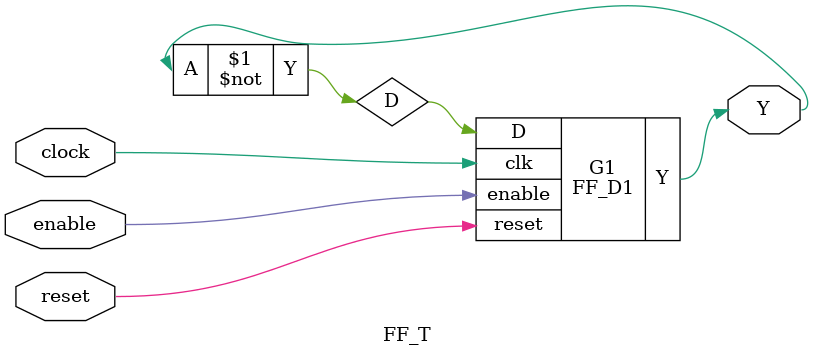
<source format=v>

module FF_D1(input wire clk, reset, enable, D, output reg Y) ;
  always @(posedge clk or posedge enable or posedge reset) begin
    if (reset)  Y <= 1'b0;
    else if(enable) Y <= D;
  end
endmodule


//Flip Flop Tipo T de 1 bit
module FF_T(input wire clock, reset, enable, output wire Y);
  wire D;
  assign D = ~Y;
  FF_D1 G1(clock, reset, enable, D, Y);
endmodule

</source>
